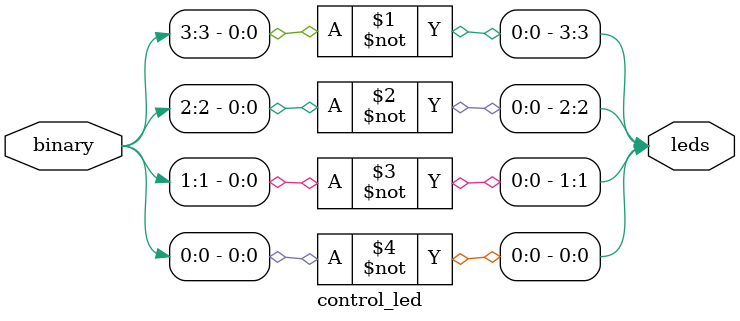
<source format=sv>
module control_led (
    input  logic [3 : 0] binary, // Entrada: Código Binario (4 bits)
    output logic [3 : 0] leds  // Salida: LEDs
    
);
    assign leds[3] = ~binary[3];
    assign leds[2] = ~binary[2];
    assign leds[1] = ~binary[1];
    assign leds[0] = ~binary[0];

endmodule
</source>
